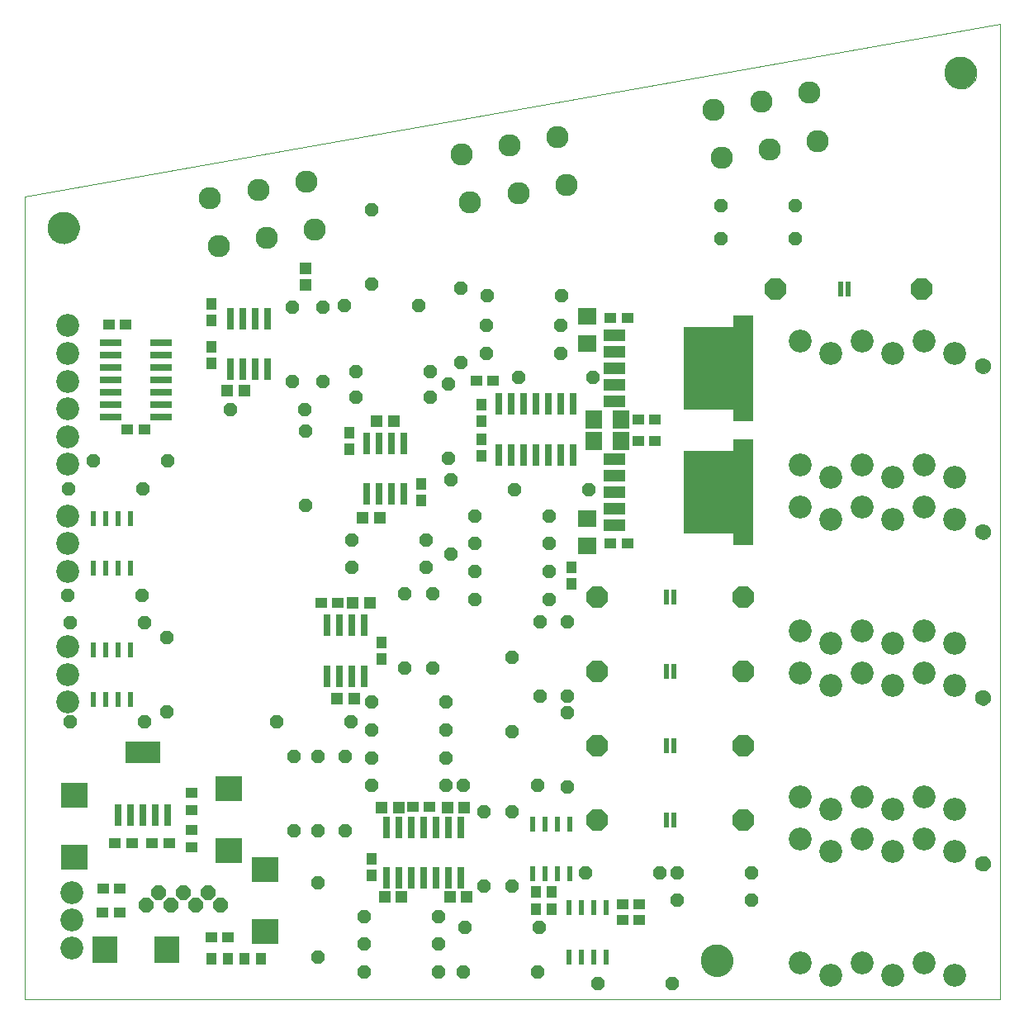
<source format=gts>
G75*
%MOIN*%
%OFA0B0*%
%FSLAX24Y24*%
%IPPOS*%
%LPD*%
%AMOC8*
5,1,8,0,0,1.08239X$1,22.5*
%
%ADD10C,0.0000*%
%ADD11R,0.0276X0.0906*%
%ADD12C,0.0900*%
%ADD13C,0.0631*%
%ADD14C,0.0926*%
%ADD15OC8,0.0560*%
%ADD16R,0.0453X0.0465*%
%ADD17R,0.0792X0.4292*%
%ADD18R,0.2402X0.3320*%
%ADD19R,0.0890X0.0461*%
%ADD20R,0.0434X0.0473*%
%ADD21R,0.0473X0.0434*%
%ADD22R,0.1418X0.0906*%
%ADD23R,0.0910X0.0280*%
%ADD24R,0.0237X0.0631*%
%ADD25R,0.0465X0.0453*%
%ADD26R,0.1103X0.1044*%
%ADD27R,0.1044X0.1103*%
%ADD28R,0.0670X0.0749*%
%ADD29R,0.0749X0.0670*%
%ADD30OC8,0.0890*%
%ADD31OC8,0.0600*%
%ADD32C,0.1300*%
D10*
X000140Y000140D02*
X000140Y032569D01*
X039510Y039510D01*
X039510Y000140D01*
X000140Y000140D01*
X027463Y001715D02*
X027465Y001765D01*
X027471Y001815D01*
X027481Y001864D01*
X027495Y001912D01*
X027512Y001959D01*
X027533Y002004D01*
X027558Y002048D01*
X027586Y002089D01*
X027618Y002128D01*
X027652Y002165D01*
X027689Y002199D01*
X027729Y002229D01*
X027771Y002256D01*
X027815Y002280D01*
X027861Y002301D01*
X027908Y002317D01*
X027956Y002330D01*
X028006Y002339D01*
X028055Y002344D01*
X028106Y002345D01*
X028156Y002342D01*
X028205Y002335D01*
X028254Y002324D01*
X028302Y002309D01*
X028348Y002291D01*
X028393Y002269D01*
X028436Y002243D01*
X028477Y002214D01*
X028516Y002182D01*
X028552Y002147D01*
X028584Y002109D01*
X028614Y002069D01*
X028641Y002026D01*
X028664Y001982D01*
X028683Y001936D01*
X028699Y001888D01*
X028711Y001839D01*
X028719Y001790D01*
X028723Y001740D01*
X028723Y001690D01*
X028719Y001640D01*
X028711Y001591D01*
X028699Y001542D01*
X028683Y001494D01*
X028664Y001448D01*
X028641Y001404D01*
X028614Y001361D01*
X028584Y001321D01*
X028552Y001283D01*
X028516Y001248D01*
X028477Y001216D01*
X028436Y001187D01*
X028393Y001161D01*
X028348Y001139D01*
X028302Y001121D01*
X028254Y001106D01*
X028205Y001095D01*
X028156Y001088D01*
X028106Y001085D01*
X028055Y001086D01*
X028006Y001091D01*
X027956Y001100D01*
X027908Y001113D01*
X027861Y001129D01*
X027815Y001150D01*
X027771Y001174D01*
X027729Y001201D01*
X027689Y001231D01*
X027652Y001265D01*
X027618Y001302D01*
X027586Y001341D01*
X027558Y001382D01*
X027533Y001426D01*
X027512Y001471D01*
X027495Y001518D01*
X027481Y001566D01*
X027471Y001615D01*
X027465Y001665D01*
X027463Y001715D01*
X038534Y005636D02*
X038536Y005670D01*
X038542Y005704D01*
X038552Y005737D01*
X038565Y005768D01*
X038583Y005798D01*
X038603Y005826D01*
X038627Y005851D01*
X038653Y005873D01*
X038681Y005891D01*
X038712Y005907D01*
X038744Y005919D01*
X038778Y005927D01*
X038812Y005931D01*
X038846Y005931D01*
X038880Y005927D01*
X038914Y005919D01*
X038946Y005907D01*
X038976Y005891D01*
X039005Y005873D01*
X039031Y005851D01*
X039055Y005826D01*
X039075Y005798D01*
X039093Y005768D01*
X039106Y005737D01*
X039116Y005704D01*
X039122Y005670D01*
X039124Y005636D01*
X039122Y005602D01*
X039116Y005568D01*
X039106Y005535D01*
X039093Y005504D01*
X039075Y005474D01*
X039055Y005446D01*
X039031Y005421D01*
X039005Y005399D01*
X038977Y005381D01*
X038946Y005365D01*
X038914Y005353D01*
X038880Y005345D01*
X038846Y005341D01*
X038812Y005341D01*
X038778Y005345D01*
X038744Y005353D01*
X038712Y005365D01*
X038681Y005381D01*
X038653Y005399D01*
X038627Y005421D01*
X038603Y005446D01*
X038583Y005474D01*
X038565Y005504D01*
X038552Y005535D01*
X038542Y005568D01*
X038536Y005602D01*
X038534Y005636D01*
X038534Y012329D02*
X038536Y012363D01*
X038542Y012397D01*
X038552Y012430D01*
X038565Y012461D01*
X038583Y012491D01*
X038603Y012519D01*
X038627Y012544D01*
X038653Y012566D01*
X038681Y012584D01*
X038712Y012600D01*
X038744Y012612D01*
X038778Y012620D01*
X038812Y012624D01*
X038846Y012624D01*
X038880Y012620D01*
X038914Y012612D01*
X038946Y012600D01*
X038976Y012584D01*
X039005Y012566D01*
X039031Y012544D01*
X039055Y012519D01*
X039075Y012491D01*
X039093Y012461D01*
X039106Y012430D01*
X039116Y012397D01*
X039122Y012363D01*
X039124Y012329D01*
X039122Y012295D01*
X039116Y012261D01*
X039106Y012228D01*
X039093Y012197D01*
X039075Y012167D01*
X039055Y012139D01*
X039031Y012114D01*
X039005Y012092D01*
X038977Y012074D01*
X038946Y012058D01*
X038914Y012046D01*
X038880Y012038D01*
X038846Y012034D01*
X038812Y012034D01*
X038778Y012038D01*
X038744Y012046D01*
X038712Y012058D01*
X038681Y012074D01*
X038653Y012092D01*
X038627Y012114D01*
X038603Y012139D01*
X038583Y012167D01*
X038565Y012197D01*
X038552Y012228D01*
X038542Y012261D01*
X038536Y012295D01*
X038534Y012329D01*
X038534Y019022D02*
X038536Y019056D01*
X038542Y019090D01*
X038552Y019123D01*
X038565Y019154D01*
X038583Y019184D01*
X038603Y019212D01*
X038627Y019237D01*
X038653Y019259D01*
X038681Y019277D01*
X038712Y019293D01*
X038744Y019305D01*
X038778Y019313D01*
X038812Y019317D01*
X038846Y019317D01*
X038880Y019313D01*
X038914Y019305D01*
X038946Y019293D01*
X038976Y019277D01*
X039005Y019259D01*
X039031Y019237D01*
X039055Y019212D01*
X039075Y019184D01*
X039093Y019154D01*
X039106Y019123D01*
X039116Y019090D01*
X039122Y019056D01*
X039124Y019022D01*
X039122Y018988D01*
X039116Y018954D01*
X039106Y018921D01*
X039093Y018890D01*
X039075Y018860D01*
X039055Y018832D01*
X039031Y018807D01*
X039005Y018785D01*
X038977Y018767D01*
X038946Y018751D01*
X038914Y018739D01*
X038880Y018731D01*
X038846Y018727D01*
X038812Y018727D01*
X038778Y018731D01*
X038744Y018739D01*
X038712Y018751D01*
X038681Y018767D01*
X038653Y018785D01*
X038627Y018807D01*
X038603Y018832D01*
X038583Y018860D01*
X038565Y018890D01*
X038552Y018921D01*
X038542Y018954D01*
X038536Y018988D01*
X038534Y019022D01*
X038534Y025715D02*
X038536Y025749D01*
X038542Y025783D01*
X038552Y025816D01*
X038565Y025847D01*
X038583Y025877D01*
X038603Y025905D01*
X038627Y025930D01*
X038653Y025952D01*
X038681Y025970D01*
X038712Y025986D01*
X038744Y025998D01*
X038778Y026006D01*
X038812Y026010D01*
X038846Y026010D01*
X038880Y026006D01*
X038914Y025998D01*
X038946Y025986D01*
X038976Y025970D01*
X039005Y025952D01*
X039031Y025930D01*
X039055Y025905D01*
X039075Y025877D01*
X039093Y025847D01*
X039106Y025816D01*
X039116Y025783D01*
X039122Y025749D01*
X039124Y025715D01*
X039122Y025681D01*
X039116Y025647D01*
X039106Y025614D01*
X039093Y025583D01*
X039075Y025553D01*
X039055Y025525D01*
X039031Y025500D01*
X039005Y025478D01*
X038977Y025460D01*
X038946Y025444D01*
X038914Y025432D01*
X038880Y025424D01*
X038846Y025420D01*
X038812Y025420D01*
X038778Y025424D01*
X038744Y025432D01*
X038712Y025444D01*
X038681Y025460D01*
X038653Y025478D01*
X038627Y025500D01*
X038603Y025525D01*
X038583Y025553D01*
X038565Y025583D01*
X038552Y025614D01*
X038542Y025647D01*
X038536Y025681D01*
X038534Y025715D01*
X037305Y037542D02*
X037307Y037592D01*
X037313Y037642D01*
X037323Y037691D01*
X037337Y037739D01*
X037354Y037786D01*
X037375Y037831D01*
X037400Y037875D01*
X037428Y037916D01*
X037460Y037955D01*
X037494Y037992D01*
X037531Y038026D01*
X037571Y038056D01*
X037613Y038083D01*
X037657Y038107D01*
X037703Y038128D01*
X037750Y038144D01*
X037798Y038157D01*
X037848Y038166D01*
X037897Y038171D01*
X037948Y038172D01*
X037998Y038169D01*
X038047Y038162D01*
X038096Y038151D01*
X038144Y038136D01*
X038190Y038118D01*
X038235Y038096D01*
X038278Y038070D01*
X038319Y038041D01*
X038358Y038009D01*
X038394Y037974D01*
X038426Y037936D01*
X038456Y037896D01*
X038483Y037853D01*
X038506Y037809D01*
X038525Y037763D01*
X038541Y037715D01*
X038553Y037666D01*
X038561Y037617D01*
X038565Y037567D01*
X038565Y037517D01*
X038561Y037467D01*
X038553Y037418D01*
X038541Y037369D01*
X038525Y037321D01*
X038506Y037275D01*
X038483Y037231D01*
X038456Y037188D01*
X038426Y037148D01*
X038394Y037110D01*
X038358Y037075D01*
X038319Y037043D01*
X038278Y037014D01*
X038235Y036988D01*
X038190Y036966D01*
X038144Y036948D01*
X038096Y036933D01*
X038047Y036922D01*
X037998Y036915D01*
X037948Y036912D01*
X037897Y036913D01*
X037848Y036918D01*
X037798Y036927D01*
X037750Y036940D01*
X037703Y036956D01*
X037657Y036977D01*
X037613Y037001D01*
X037571Y037028D01*
X037531Y037058D01*
X037494Y037092D01*
X037460Y037129D01*
X037428Y037168D01*
X037400Y037209D01*
X037375Y037253D01*
X037354Y037298D01*
X037337Y037345D01*
X037323Y037393D01*
X037313Y037442D01*
X037307Y037492D01*
X037305Y037542D01*
X001085Y031302D02*
X001087Y031352D01*
X001093Y031402D01*
X001103Y031451D01*
X001117Y031499D01*
X001134Y031546D01*
X001155Y031591D01*
X001180Y031635D01*
X001208Y031676D01*
X001240Y031715D01*
X001274Y031752D01*
X001311Y031786D01*
X001351Y031816D01*
X001393Y031843D01*
X001437Y031867D01*
X001483Y031888D01*
X001530Y031904D01*
X001578Y031917D01*
X001628Y031926D01*
X001677Y031931D01*
X001728Y031932D01*
X001778Y031929D01*
X001827Y031922D01*
X001876Y031911D01*
X001924Y031896D01*
X001970Y031878D01*
X002015Y031856D01*
X002058Y031830D01*
X002099Y031801D01*
X002138Y031769D01*
X002174Y031734D01*
X002206Y031696D01*
X002236Y031656D01*
X002263Y031613D01*
X002286Y031569D01*
X002305Y031523D01*
X002321Y031475D01*
X002333Y031426D01*
X002341Y031377D01*
X002345Y031327D01*
X002345Y031277D01*
X002341Y031227D01*
X002333Y031178D01*
X002321Y031129D01*
X002305Y031081D01*
X002286Y031035D01*
X002263Y030991D01*
X002236Y030948D01*
X002206Y030908D01*
X002174Y030870D01*
X002138Y030835D01*
X002099Y030803D01*
X002058Y030774D01*
X002015Y030748D01*
X001970Y030726D01*
X001924Y030708D01*
X001876Y030693D01*
X001827Y030682D01*
X001778Y030675D01*
X001728Y030672D01*
X001677Y030673D01*
X001628Y030678D01*
X001578Y030687D01*
X001530Y030700D01*
X001483Y030716D01*
X001437Y030737D01*
X001393Y030761D01*
X001351Y030788D01*
X001311Y030818D01*
X001274Y030852D01*
X001240Y030889D01*
X001208Y030928D01*
X001180Y030969D01*
X001155Y031013D01*
X001134Y031058D01*
X001117Y031105D01*
X001103Y031153D01*
X001093Y031202D01*
X001087Y031252D01*
X001085Y031302D01*
D11*
X008450Y027624D03*
X008950Y027624D03*
X009450Y027624D03*
X009950Y027624D03*
X009950Y025576D03*
X009450Y025576D03*
X008950Y025576D03*
X008450Y025576D03*
X013950Y022604D03*
X014450Y022604D03*
X014950Y022604D03*
X015450Y022604D03*
X015450Y020556D03*
X014950Y020556D03*
X014450Y020556D03*
X013950Y020556D03*
X019290Y022126D03*
X019790Y022126D03*
X020290Y022126D03*
X020790Y022126D03*
X021290Y022126D03*
X021790Y022126D03*
X022290Y022126D03*
X022290Y024174D03*
X021790Y024174D03*
X021290Y024174D03*
X020790Y024174D03*
X020290Y024174D03*
X019790Y024174D03*
X019290Y024174D03*
X013850Y015244D03*
X013350Y015244D03*
X012850Y015244D03*
X012350Y015244D03*
X012350Y013196D03*
X012850Y013196D03*
X013350Y013196D03*
X013850Y013196D03*
X014770Y007094D03*
X015270Y007094D03*
X015770Y007094D03*
X016270Y007094D03*
X016770Y007094D03*
X017270Y007094D03*
X017770Y007094D03*
X017770Y005046D03*
X017270Y005046D03*
X016770Y005046D03*
X016270Y005046D03*
X015770Y005046D03*
X015270Y005046D03*
X014770Y005046D03*
X005923Y007577D03*
X005423Y007577D03*
X004923Y007577D03*
X004423Y007577D03*
X003923Y007577D03*
D12*
X007978Y030544D03*
X007637Y032483D03*
X009575Y032825D03*
X011514Y033166D03*
X011856Y031228D03*
X009917Y030886D03*
X017795Y034271D03*
X018137Y032333D03*
X020075Y032674D03*
X019733Y034613D03*
X021672Y034955D03*
X022014Y033016D03*
X027953Y036060D03*
X028295Y034121D03*
X030234Y034463D03*
X029892Y036401D03*
X031830Y036743D03*
X032172Y034805D03*
D13*
X038829Y025715D03*
X038829Y019022D03*
X038829Y012329D03*
X038829Y005636D03*
D14*
X037697Y006136D03*
X036447Y006636D03*
X035199Y006136D03*
X033947Y006636D03*
X032699Y006136D03*
X031447Y006636D03*
X032699Y007829D03*
X033947Y008329D03*
X035199Y007829D03*
X036447Y008329D03*
X037697Y007829D03*
X037697Y012829D03*
X036447Y013329D03*
X035199Y012829D03*
X033947Y013329D03*
X032699Y012829D03*
X031447Y013329D03*
X032699Y014522D03*
X033947Y015022D03*
X035199Y014522D03*
X036447Y015022D03*
X037697Y014522D03*
X037697Y019522D03*
X036447Y020022D03*
X035199Y019522D03*
X033947Y020022D03*
X032699Y019522D03*
X031447Y020022D03*
X032699Y021215D03*
X033947Y021715D03*
X035199Y021215D03*
X036447Y021715D03*
X037697Y021215D03*
X037697Y026215D03*
X036447Y026715D03*
X035199Y026215D03*
X033947Y026715D03*
X032699Y026215D03*
X031447Y026715D03*
X031447Y021715D03*
X031447Y015022D03*
X031447Y008329D03*
X031447Y001636D03*
X032699Y001136D03*
X033947Y001636D03*
X035199Y001136D03*
X036447Y001636D03*
X037697Y001136D03*
X002060Y002220D03*
X002060Y003340D03*
X002060Y004460D03*
X001900Y012140D03*
X001900Y013260D03*
X001900Y014380D03*
X001900Y017420D03*
X001900Y018540D03*
X001900Y019660D03*
X001900Y021740D03*
X001900Y022860D03*
X001900Y023980D03*
X001900Y025100D03*
X001900Y026220D03*
X001900Y027340D03*
D15*
X002930Y021880D03*
X001910Y020760D03*
X004910Y020760D03*
X005930Y021880D03*
X008450Y023940D03*
X010950Y025100D03*
X012200Y025100D03*
X013510Y025500D03*
X013520Y024460D03*
X011450Y023940D03*
X011500Y023080D03*
X011500Y020080D03*
X013360Y018700D03*
X013360Y017580D03*
X015500Y016520D03*
X016620Y016520D03*
X016360Y017580D03*
X016360Y018700D03*
X017370Y018110D03*
X018320Y018540D03*
X018320Y017420D03*
X018320Y016300D03*
X020940Y015400D03*
X021320Y016300D03*
X022060Y015400D03*
X021320Y017420D03*
X021320Y018540D03*
X021320Y019660D03*
X019910Y020730D03*
X018320Y019660D03*
X017370Y021110D03*
X017260Y022000D03*
X016520Y024460D03*
X017260Y025000D03*
X016510Y025500D03*
X017760Y025840D03*
X018800Y026220D03*
X018800Y027340D03*
X018810Y028540D03*
X017760Y028840D03*
X016040Y028140D03*
X014150Y029010D03*
X013040Y028140D03*
X012200Y028100D03*
X010950Y028100D03*
X014150Y032010D03*
X020080Y025260D03*
X021800Y026220D03*
X021800Y027340D03*
X021810Y028540D03*
X023080Y025260D03*
X022910Y020730D03*
X019820Y013960D03*
X020940Y012400D03*
X022060Y012400D03*
X022060Y011720D03*
X019820Y010960D03*
X020840Y008780D03*
X019820Y007720D03*
X018700Y007720D03*
X017840Y008780D03*
X017160Y008780D03*
X017160Y009900D03*
X017160Y011020D03*
X017160Y012140D03*
X016620Y013520D03*
X015500Y013520D03*
X014160Y012140D03*
X013320Y011340D03*
X014160Y011020D03*
X014160Y009900D03*
X013100Y009960D03*
X011980Y009960D03*
X011020Y009960D03*
X010320Y011340D03*
X014160Y008780D03*
X013100Y006960D03*
X011980Y006960D03*
X011020Y006960D03*
X011980Y004840D03*
X013840Y003500D03*
X013840Y002380D03*
X013840Y001260D03*
X011980Y001840D03*
X016840Y002380D03*
X017910Y003040D03*
X016840Y003500D03*
X018700Y004720D03*
X019820Y004720D03*
X020910Y003040D03*
X020840Y001260D03*
X023280Y000780D03*
X026280Y000780D03*
X026480Y004140D03*
X026480Y005260D03*
X025800Y005260D03*
X022800Y005260D03*
X022060Y008720D03*
X029480Y005260D03*
X029480Y004140D03*
X017840Y001260D03*
X016840Y001260D03*
X005900Y011760D03*
X005000Y011340D03*
X002000Y011340D03*
X002000Y015340D03*
X001890Y016450D03*
X004890Y016450D03*
X005000Y015340D03*
X005900Y014760D03*
X028240Y030860D03*
X028240Y032190D03*
X031240Y032190D03*
X031240Y030860D03*
D16*
X015044Y023500D03*
X014356Y023500D03*
X014474Y019590D03*
X013786Y019590D03*
X014084Y016140D03*
X013396Y016140D03*
X013444Y012300D03*
X012756Y012300D03*
X014556Y007900D03*
X015244Y007900D03*
X017206Y007890D03*
X017894Y007890D03*
X017994Y004280D03*
X017306Y004280D03*
X015364Y004300D03*
X014676Y004300D03*
X009024Y024730D03*
X008336Y024730D03*
D17*
X029164Y025620D03*
X029164Y020620D03*
D18*
X027971Y020620D03*
X027971Y025620D03*
D19*
X023961Y025620D03*
X023961Y026289D03*
X023961Y026959D03*
X023961Y024951D03*
X023961Y024281D03*
X023961Y021959D03*
X023961Y021289D03*
X023961Y020620D03*
X023961Y019951D03*
X023961Y019281D03*
D20*
X022220Y017595D03*
X022220Y016925D03*
X018580Y022075D03*
X018580Y022745D03*
X018580Y023495D03*
X018580Y024165D03*
X016140Y020955D03*
X016140Y020285D03*
X013260Y022355D03*
X013260Y023025D03*
X007700Y025835D03*
X007700Y026505D03*
X007700Y027565D03*
X007700Y028235D03*
X014540Y014555D03*
X014540Y013885D03*
X014170Y005835D03*
X014170Y005165D03*
X009695Y001800D03*
X009025Y001800D03*
X008355Y001800D03*
X007685Y001800D03*
X020780Y003805D03*
X021420Y003805D03*
X021420Y004475D03*
X020780Y004475D03*
D21*
X024285Y003980D03*
X024285Y003340D03*
X024955Y003340D03*
X024955Y003980D03*
X016505Y007910D03*
X015835Y007910D03*
X008355Y002640D03*
X007685Y002640D03*
X006890Y006305D03*
X006890Y006975D03*
X006890Y007805D03*
X006890Y008475D03*
X005975Y006460D03*
X005305Y006460D03*
X004475Y006460D03*
X003805Y006460D03*
X003995Y004620D03*
X003325Y004620D03*
X003305Y003640D03*
X003975Y003640D03*
X012125Y016140D03*
X012795Y016140D03*
X004975Y023150D03*
X004305Y023150D03*
X004225Y027400D03*
X003555Y027400D03*
X018395Y025120D03*
X019065Y025120D03*
X023805Y027660D03*
X024475Y027660D03*
X024925Y023540D03*
X025595Y023540D03*
X025595Y022700D03*
X024925Y022700D03*
X024475Y018540D03*
X023805Y018540D03*
D22*
X004923Y010136D03*
D23*
X005665Y023650D03*
X005665Y024150D03*
X005665Y024650D03*
X005665Y025150D03*
X005665Y025650D03*
X005665Y026150D03*
X005665Y026650D03*
X003615Y026650D03*
X003615Y026150D03*
X003615Y025650D03*
X003615Y025150D03*
X003615Y024650D03*
X003615Y024150D03*
X003615Y023650D03*
D24*
X003410Y019540D03*
X003910Y019540D03*
X004410Y019540D03*
X002910Y019540D03*
X002910Y017540D03*
X003410Y017540D03*
X003910Y017540D03*
X004410Y017540D03*
X004410Y014260D03*
X003910Y014260D03*
X003410Y014260D03*
X002910Y014260D03*
X002910Y012260D03*
X003410Y012260D03*
X003910Y012260D03*
X004410Y012260D03*
X020670Y007220D03*
X021170Y007220D03*
X021670Y007220D03*
X022170Y007220D03*
X022170Y005220D03*
X021670Y005220D03*
X021170Y005220D03*
X020670Y005220D03*
X022110Y003860D03*
X022610Y003860D03*
X023110Y003860D03*
X023610Y003860D03*
X023610Y001860D03*
X023110Y001860D03*
X022610Y001860D03*
X022110Y001860D03*
X026062Y007390D03*
X026358Y007390D03*
X026358Y010390D03*
X026062Y010390D03*
X026062Y013390D03*
X026358Y013390D03*
X026358Y016390D03*
X026062Y016390D03*
X033102Y028830D03*
X033398Y028830D03*
D25*
X011480Y028976D03*
X011480Y029664D03*
D26*
X008390Y008640D03*
X008390Y006140D03*
X009840Y005390D03*
X009840Y002890D03*
X002140Y005890D03*
X002140Y008390D03*
D27*
X003390Y002140D03*
X005890Y002140D03*
D28*
X023109Y022700D03*
X023109Y023540D03*
X024211Y023540D03*
X024211Y022700D03*
D29*
X022860Y019571D03*
X022860Y018469D03*
X022860Y026629D03*
X022860Y027731D03*
D30*
X030460Y028830D03*
X036360Y028830D03*
X029160Y016390D03*
X029160Y013390D03*
X029160Y010390D03*
X029160Y007390D03*
X023260Y007390D03*
X023260Y010390D03*
X023260Y013390D03*
X023260Y016390D03*
D31*
X008040Y003940D03*
X007540Y004440D03*
X007040Y003940D03*
X006540Y004440D03*
X006040Y003940D03*
X005540Y004440D03*
X005040Y003940D03*
D32*
X028093Y001715D03*
X001715Y031302D03*
X037935Y037542D03*
M02*

</source>
